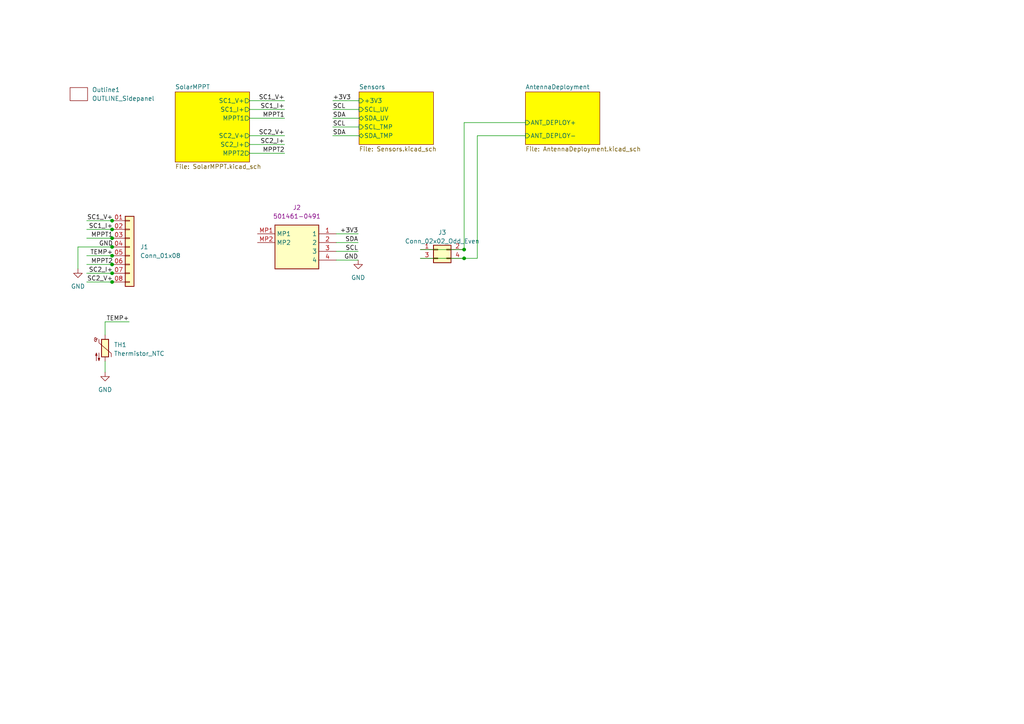
<source format=kicad_sch>
(kicad_sch (version 20211123) (generator eeschema)
  (paper "A4")
  (lib_symbols
    (symbol "Connector:501461-0491"
      (property "Value" "501461-0491" (at 0 0 0))
      (property "Reference_1" "J" (at 19.05 7.62 0))
      (property "Value_1" "501461-0491" (at 19.05 5.08 0))
      (symbol "501461-0491_1_1"
        (rectangle (start 5.08 2.54) (end 17.78 -10.16) (stroke (width 0.254)) (fill (type background)))
        (pin passive line (at 22.86 0 180) (length 5.08) (name "1") (number "1"))
        (pin passive line (at 22.86 -2.54 180) (length 5.08) (name "2") (number "2"))
        (pin passive line (at 22.86 -5.08 180) (length 5.08) (name "3") (number "3"))
        (pin passive line (at 22.86 -7.62 180) (length 5.08) (name "4") (number "4"))
        (pin passive line (at 0 0 0) (length 5.08) (name "MP1") (number "MP1"))
        (pin passive line (at 0 -2.54 0) (length 5.08) (name "MP2") (number "MP2"))
      )
    )
    (symbol "Connector_Generic:Conn_01x08" (pin_names (offset 1.016) hide)
      (property "Reference" "J1" (at 2.54 0.0001 0))
      (property "Value" "Conn_01x08" (at 2.54 -2.5399 0))
      (symbol "Conn_01x08_1_1"
        (rectangle (start -1.27 -10.033) (end 0 -10.287) (stroke (width 0.1524)))
        (rectangle (start -1.27 -7.493) (end 0 -7.747) (stroke (width 0.1524)))
        (rectangle (start -1.27 -4.953) (end 0 -5.207) (stroke (width 0.1524)))
        (rectangle (start -1.27 -2.413) (end 0 -2.667) (stroke (width 0.1524)))
        (rectangle (start -1.27 0.127) (end 0 -0.127) (stroke (width 0.1524)))
        (rectangle (start -1.27 2.667) (end 0 2.413) (stroke (width 0.1524)))
        (rectangle (start -1.27 5.207) (end 0 4.953) (stroke (width 0.1524)))
        (rectangle (start -1.27 7.747) (end 0 7.493) (stroke (width 0.1524)))
        (rectangle (start -1.27 8.89) (end 1.27 -11.43) (stroke (width 0.254)) (fill (type background)))
        (pin passive line (at -5.08 7.62 0) (length 3.81) (name "Pin_1") (number "01"))
        (pin passive line (at -5.08 5.08 0) (length 3.81) (name "Pin_2") (number "02"))
        (pin passive line (at -5.08 2.54 0) (length 3.81) (name "Pin_3") (number "03"))
        (pin passive line (at -5.08 0 0) (length 3.81) (name "Pin_4") (number "04"))
        (pin passive line (at -5.08 -2.54 0) (length 3.81) (name "Pin_5") (number "05"))
        (pin passive line (at -5.08 -5.08 0) (length 3.81) (name "Pin_6") (number "06"))
        (pin passive line (at -5.08 -7.62 0) (length 3.81) (name "Pin_7") (number "07"))
        (pin passive line (at -5.08 -10.16 0) (length 3.81) (name "Pin_8") (number "08"))
      )
    )
    (symbol "Connector_Generic:Conn_02x02_Odd_Even" (pin_names (offset 1.016) hide)
      (property "Reference" "J" (at 1.27 2.54 0))
      (property "Value" "Conn_02x02_Odd_Even" (at 1.27 -5.08 0))
      (symbol "Conn_02x02_Odd_Even_1_1"
        (rectangle (start -1.27 -2.413) (end 0 -2.667) (stroke (width 0.1524)))
        (rectangle (start -1.27 0.127) (end 0 -0.127) (stroke (width 0.1524)))
        (rectangle (start -1.27 1.27) (end 3.81 -3.81) (stroke (width 0.254)) (fill (type background)))
        (rectangle (start 3.81 -2.413) (end 2.54 -2.667) (stroke (width 0.1524)))
        (rectangle (start 3.81 0.127) (end 2.54 -0.127) (stroke (width 0.1524)))
        (pin passive line (at -5.08 0 0) (length 3.81) (name "Pin_1") (number "1"))
        (pin passive line (at 7.62 0 180) (length 3.81) (name "Pin_2") (number "2"))
        (pin passive line (at -5.08 -2.54 0) (length 3.81) (name "Pin_3") (number "3"))
        (pin passive line (at 7.62 -2.54 180) (length 3.81) (name "Pin_4") (number "4"))
      )
    )
    (symbol "Device:Thermistor_NTC" (pin_numbers hide) (pin_names (offset 0))
      (property "Reference" "TH1" (at 2.54 0.9526 0))
      (property "Value" "Thermistor_NTC" (at 2.54 -1.5874 0))
      (symbol "Thermistor_NTC_0_1"
        (arc (start -3.048 2.159) (mid -3.0505 2.3165) (end -3.175 2.413))
        (arc (start -3.048 2.159) (mid -2.9736 1.9794) (end -2.794 1.905))
        (arc (start -3.048 2.794) (mid -2.9736 2.6144) (end -2.794 2.54))
        (arc (start -2.794 1.905) (mid -2.6144 1.9794) (end -2.54 2.159))
        (arc (start -2.794 2.54) (mid -2.434 2.5608) (end -2.159 2.794))
        (arc (start -2.794 3.048) (mid -2.9736 2.9736) (end -3.048 2.794))
        (arc (start -2.54 2.794) (mid -2.6144 2.9736) (end -2.794 3.048))
        (rectangle (start -1.016 2.54) (end 1.016 -2.54) (stroke (width 0.254)) (fill (type background)))
        (polyline (pts (xy -2.54 2.159) (xy -2.54 2.794)))
        (polyline (pts (xy -1.778 2.54) (xy -1.778 1.524) (xy 1.778 -1.524) (xy 1.778 -2.54)))
        (polyline (pts (xy -2.54 -3.683) (xy -2.54 -1.397) (xy -2.794 -2.159) (xy -2.286 -2.159) (xy -2.54 -1.397) (xy -2.54 -1.651)) (fill (type outline)))
        (polyline (pts (xy -1.778 -1.397) (xy -1.778 -3.683) (xy -2.032 -2.921) (xy -1.524 -2.921) (xy -1.778 -3.683) (xy -1.778 -3.429)) (fill (type outline)))
      )
      (symbol "Thermistor_NTC_1_1"
        (pin passive line (at 0 3.81 270) (length 1.27) (name "~") (number "1"))
        (pin passive line (at 0 -3.81 90) (length 1.27) (name "~") (number "2"))
      )
    )
    (symbol "USER_Outline:OUTLINE_Sidepanel" (in_bom no)
      (property "Reference" "Outline?" (at 3.81 -3.1749 0))
      (property "Value" "OUTLINE_Sidepanel" (at 3.81 -5.7149 0))
      (symbol "OUTLINE_Sidepanel_0_1"
        (rectangle (start -2.54 -2.54) (end 2.54 -6.35))
      )
    )
    (symbol "power:GND" (power) (pin_names (offset 0))
      (property "Value" "GND" (at 0 -3.81 0))
      (symbol "GND_0_1"
        (polyline (pts (xy 0 0) (xy 0 -1.27) (xy 1.27 -1.27) (xy 0 -2.54) (xy -1.27 -1.27) (xy 0 -1.27)))
      )
      (symbol "GND_1_1"
        (pin power_in line (at 0 0 270) (length 0) hide (name "GND") (number "1"))
      )
    )
  )
  (junction (at 32.512 79.248))
  (junction (at 32.512 69.088))
  (junction (at 134.62 74.93))
  (junction (at 32.512 71.628))
  (junction (at 32.512 74.168))
  (junction (at 32.512 76.708))
  (junction (at 32.512 64.008))
  (junction (at 134.62 72.39))
  (junction (at 32.512 66.548))
  (junction (at 32.512 81.788))
  (wire (pts (xy 121.92 74.93) (xy 134.62 74.93)))
  (wire (pts (xy 32.512 71.628) (xy 32.766 71.628)))
  (wire (pts (xy 25.146 69.088) (xy 32.512 69.088)))
  (wire (pts (xy 138.43 39.37) (xy 152.4 39.37)))
  (wire (pts (xy 25.146 76.708) (xy 32.512 76.708)))
  (wire (pts (xy 96.52 39.37) (xy 104.14 39.37)))
  (wire (pts (xy 72.39 29.21) (xy 82.55 29.21)))
  (wire (pts (xy 96.52 36.83) (xy 104.14 36.83)))
  (wire (pts (xy 103.886 72.898) (xy 97.536 72.898)))
  (wire (pts (xy 103.886 75.438) (xy 97.536 75.438)))
  (wire (pts (xy 134.62 35.56) (xy 152.4 35.56)))
  (wire (pts (xy 32.512 81.788) (xy 32.766 81.788)))
  (wire (pts (xy 25.146 81.788) (xy 32.512 81.788)))
  (wire (pts (xy 72.39 39.37) (xy 82.55 39.37)))
  (wire (pts (xy 32.512 64.008) (xy 32.766 64.008)))
  (wire (pts (xy 72.39 34.29) (xy 82.55 34.29)))
  (wire (pts (xy 25.146 64.008) (xy 32.512 64.008)))
  (wire (pts (xy 32.512 74.168) (xy 32.766 74.168)))
  (wire (pts (xy 72.39 44.45) (xy 82.55 44.45)))
  (wire (pts (xy 96.52 34.29) (xy 104.14 34.29)))
  (wire (pts (xy 32.512 66.548) (xy 32.766 66.548)))
  (wire (pts (xy 30.48 93.345) (xy 30.48 97.155)))
  (wire (pts (xy 138.43 74.93) (xy 138.43 39.37)))
  (wire (pts (xy 134.62 74.93) (xy 138.43 74.93)))
  (wire (pts (xy 22.606 71.628) (xy 32.512 71.628)))
  (wire (pts (xy 25.146 79.248) (xy 32.512 79.248)))
  (wire (pts (xy 72.39 31.75) (xy 82.55 31.75)))
  (wire (pts (xy 96.52 31.75) (xy 104.14 31.75)))
  (wire (pts (xy 134.62 72.39) (xy 134.62 35.56)))
  (wire (pts (xy 32.512 76.708) (xy 32.766 76.708)))
  (wire (pts (xy 25.146 74.168) (xy 32.512 74.168)))
  (wire (pts (xy 103.886 70.358) (xy 97.536 70.358)))
  (wire (pts (xy 121.92 72.39) (xy 134.62 72.39)))
  (wire (pts (xy 32.512 69.088) (xy 32.766 69.088)))
  (wire (pts (xy 72.39 41.91) (xy 82.55 41.91)))
  (wire (pts (xy 25.146 66.548) (xy 32.512 66.548)))
  (wire (pts (xy 22.606 77.978) (xy 22.606 71.628)))
  (wire (pts (xy 97.536 67.818) (xy 103.886 67.818)))
  (wire (pts (xy 30.48 104.775) (xy 30.48 107.95)))
  (wire (pts (xy 30.48 93.345) (xy 37.465 93.345)))
  (wire (pts (xy 96.52 29.21) (xy 104.14 29.21)))
  (wire (pts (xy 32.512 79.248) (xy 32.766 79.248)))
  (label "MPPT2" (at 82.55 44.45 180))
  (label "SC1_V+" (at 82.55 29.21 180))
  (label "TEMP+" (at 37.465 93.345 180))
  (label "SC2_V+" (at 82.55 39.37 180))
  (label "SCL" (at 103.886 72.898 180))
  (label "SC1_I+" (at 82.55 31.75 180))
  (label "MPPT1" (at 32.766 69.088 180))
  (label "SDA" (at 96.52 34.29 0))
  (label "SDA" (at 103.886 70.358 180))
  (label "MPPT2" (at 32.766 76.708 180))
  (label "SC1_V+" (at 32.766 64.008 180))
  (label "MPPT1" (at 82.55 34.29 180))
  (label "SCL" (at 96.52 31.75 0))
  (label "SCL" (at 96.52 36.83 0))
  (label "SC1_I+" (at 32.766 66.548 180))
  (label "TEMP+" (at 32.766 74.168 180))
  (label "+3V3" (at 96.52 29.21 0))
  (label "SC2_I+" (at 32.766 79.248 180))
  (label "SDA" (at 96.52 39.37 0))
  (label "SC2_V+" (at 32.766 81.788 180))
  (label "SC2_I+" (at 82.55 41.91 180))
  (label "GND" (at 32.766 71.628 180))
  (label "+3V3" (at 103.886 67.818 180))
  (label "GND" (at 103.886 75.438 180))
  (symbol (lib_id "power:GND") (at 22.606 77.978 0) (unit 1)
    (property "Reference" "#PWR0112" (effects hide))
    (property "Value" "GND" (at 22.606 83.058 0))
  )
  (symbol (lib_id "power:GND") (at 103.886 75.438 0) (unit 1)
    (property "Reference" "#PWR0111" (effects hide))
    (property "Value" "GND" (at 103.886 80.518 0))
  )
  (symbol (lib_id "USER_Outline:OUTLINE_Sidepanel") (at 22.86 22.86 0) (unit 1) (in_bom no)
    (property "Reference" "Outline1" (at 26.67 26.0349 0) (effects (justify left)))
    (property "Value" "OUTLINE_Sidepanel" (at 26.67 28.5749 0) (effects (justify left)))
    (property "Footprint" "USER_OUTLINE:OUTLINE_SidepanelZ+" (effects hide))
  )
  (symbol (lib_id "Connector_Generic:Conn_01x08") (at 37.592 71.628 0) (unit 1)
    (property "Reference" "J1" (at 40.64 71.6279 0) (effects (justify left)))
    (property "Value" "Conn_01x08" (at 40.64 74.1679 0) (effects (justify left)))
    (property "Footprint" "STS_connector:SAMTEC_ZF5S-08-01-T-WT" (effects hide))
  )
  (symbol (lib_id "power:GND") (at 30.48 107.95 0) (unit 1)
    (property "Reference" "#PWR0113" (effects hide))
    (property "Value" "GND" (at 30.48 113.03 0))
  )
  (symbol (lib_id "Connector:501461-0491") (at 74.676 67.818 0) (unit 1)
    (property "Reference" "UV1" (effects hide))
    (property "Value" "501461-0491" (effects hide))
    (property "Footprint" "STS_connector:5014610491" (effects hide))
    (property "Reference_1" "J2" (at 86.106 60.198 0))
    (property "Value_1" "501461-0491" (at 86.106 62.738 0))
    (property "Footprint_1" "5014610491" (effects hide))
    (property "Datasheet_1" "https://componentsearchengine.com/Datasheets/1/501461-0491.pdf" (effects hide))
    (property "Height" "3.45" (effects hide))
    (property "Manufacturer_Name" "Molex" (effects hide))
    (property "Manufacturer_Part_Number" "501461-0491" (effects hide))
    (property "Mouser Part Number" "538-501461-0491" (effects hide))
    (property "Mouser Price/Stock" "https://www.mouser.co.uk/ProductDetail/Molex/501461-0491?qs=un1JgU%2F7%252BkQooiwKJB4FIA%3D%3D" (effects hide))
  )
  (symbol (lib_id "Device:Thermistor_NTC") (at 30.48 100.965 0) (unit 1)
    (property "Reference" "TH1" (at 33.02 100.0124 0) (effects (justify left)))
    (property "Value" "Thermistor_NTC" (at 33.02 102.5524 0) (effects (justify left)))
    (property "Footprint" "Resistor_SMD:R_0805_2012Metric_Pad1.20x1.40mm_HandSolder" (effects hide))
  )
  (symbol (lib_id "Connector_Generic:Conn_02x02_Odd_Even") (at 127 72.39 0) (unit 1)
    (property "Reference" "J3" (at 128.27 67.4202 0))
    (property "Value" "Conn_02x02_Odd_Even" (at 128.27 69.9571 0))
    (property "Footprint" "STS_Connector:M808280442" (effects hide))
  )
  (sheet (at 152.4 26.67) (size 21.59 15.24) (stroke (width 0.1524)) (fill (color 255 253 0 1.0000))
    (property "Sheet name" "AntennaDeployment" (at 152.4 25.9584 0) (effects (justify left bottom)))
    (property "Sheet file" "AntennaDeployment.kicad_sch" (at 152.4 42.4946 0) (effects (justify left top)))
    (pin "ANT_DEPLOY+" input (at 152.4 35.56 180))
    (pin "ANT_DEPLOY-" input (at 152.4 39.37 180))
  )
  (sheet (at 50.8 26.67) (size 21.59 20.32) (stroke (width 0.1524)) (fill (color 255 253 0 1.0000))
    (property "Sheet name" "SolarMPPT" (at 50.8 25.9584 0) (effects (justify left bottom)))
    (property "Sheet file" "SolarMPPT.kicad_sch" (at 50.8 47.5746 0) (effects (justify left top)))
    (pin "SC2_I+" output (at 72.39 41.91 0))
    (pin "MPPT2" output (at 72.39 44.45 0))
    (pin "SC1_V+" output (at 72.39 29.21 0))
    (pin "SC1_I+" output (at 72.39 31.75 0))
    (pin "MPPT1" output (at 72.39 34.29 0))
    (pin "SC2_V+" output (at 72.39 39.37 0))
  )
  (sheet (at 104.14 26.67) (size 21.59 15.24) (stroke (width 0.1524)) (fill (color 255 253 0 1.0000))
    (property "Sheet name" "Sensors" (at 104.14 25.9584 0) (effects (justify left bottom)))
    (property "Sheet file" "Sensors.kicad_sch" (at 104.14 42.4946 0) (effects (justify left top)))
    (pin "+3V3" input (at 104.14 29.21 180))
    (pin "SCL_UV" input (at 104.14 31.75 180))
    (pin "SDA_UV" bidirectional (at 104.14 34.29 180))
    (pin "SCL_TMP" input (at 104.14 36.83 180))
    (pin "SDA_TMP" bidirectional (at 104.14 39.37 180))
  )
)
</source>
